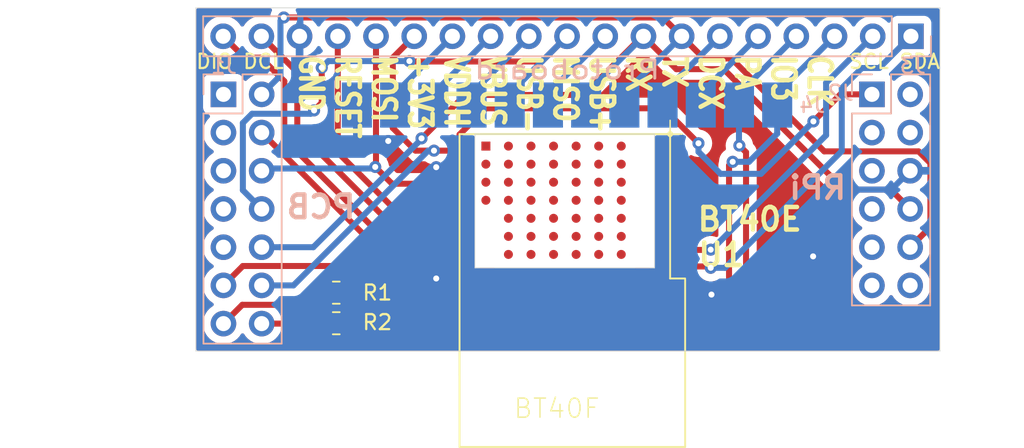
<source format=kicad_pcb>
(kicad_pcb (version 20221018) (generator pcbnew)
  (layers (0 "F.Cu" signal) (31 "B.Cu" signal) (34 "B.Paste" user) (35 "F.Paste" user) (36 "B.SilkS" user "B.Silkscreen") (37 "F.SilkS" user "F.Silkscreen") (38 "B.Mask" user) (39 "F.Mask" user) (44 "Edge.Cuts" user))
  (net 0 "")
  (net 1 "GND")
  (net 2 "+3V3")
  (net 3 "USB_D+")
  (net 4 "PA")
  (net 5 "SPI_DCX")
  (net 6 "SPI_IO3")
  (net 7 "SPI_CLK")
  (net 8 "SCL")
  (net 9 "SDA")
  (net 10 "USB_D-")
  (net 11 "SPI_MISO")
  (net 12 "VDDH")
  (net 13 "VBUS")
  (net 14 "SPI_MOSI")
  (net 15 "RESET")
  (net 16 "SWDCLK")
  (net 17 "SWDIO")
  (net 18 "TX")
  (net 19 "RX")
  (net 20 "Net-(J1-Pad14)")
  (net 21 "Net-(J1-Pad13)")
  (footprint "footprints_iMachine:BT40F" (layer "F.Cu") (at 161.894359 54.864 180)
    (fp_text reference "U1" (at -3.408841 -8.0264) (layer "F.SilkS") (effects (font (size 1.5 1.5) (thickness 0.3))))
    (fp_text value "BT40E" (at -5.288441 -5.6642) (layer "F.SilkS") (effects (font (size 1.5 1.5) (thickness 0.3))))
    (fp_text user "BT40F" (at 7.53364 -18.23466) (layer "F.SilkS") (effects (font (size 1.27 1.27) (thickness 0.1016))))
    (fp_line (start -0.99822 -20.79752) (end 13.99794 -20.79752) (stroke (width 0.127)) (layer "F.SilkS"))
    (fp_line (start -0.99822 -9.66978) (end -0.99822 -20.79752) (stroke (width 0.127)) (layer "F.SilkS"))
    (fp_line (start -0.79756 0) (end 0 0) (stroke (width 0.1)) (layer "F.SilkS"))
    (fp_line (start -0.00508 -0.00254) (end -0.00508 -0.5207) (stroke (width 0.1)) (layer "F.SilkS"))
    (fp_line (start 0 -9.59866) (end -0.99822 -9.59866) (stroke (width 0.127)) (layer "F.SilkS"))
    (fp_line (start 0 -0.254) (end 0 -0.14986) (stroke (width 0.1)) (layer "F.SilkS"))
    (fp_line (start 0 -0.14986) (end 0 0) (stroke (width 0.1)) (layer "F.SilkS"))
    (fp_line (start 0 0) (end 0 -9.59866) (stroke (width 0.127)) (layer "F.SilkS"))
    (fp_line (start 0 0) (end 0 0) (stroke (width 0.1)) (layer "F.SilkS"))
    (fp_line (start 0 0) (end 12.5984 0) (stroke (width 0.1)) (layer "F.SilkS"))
    (fp_line (start 0 0.14986) (end 0 0) (stroke (width 0.1)) (layer "F.SilkS"))
    (fp_line (start 0 0.91186) (end 0 0.14986) (stroke (width 0.1)) (layer "F.SilkS"))
    (fp_line (start 12.5984 0) (end 0 0) (stroke (width 0.1)) (layer "F.SilkS"))
    (fp_line (start 12.5984 0) (end 12.5984 0) (stroke (width 0.1)) (layer "F.SilkS"))
    (fp_line (start 13.9954 -15.99692) (end 13.9954 -9.72312) (stroke (width 0.1)) (layer "F.SilkS"))
    (fp_line (start 13.99794 -20.79752) (end 13.99794 -15.99946) (stroke (width 0.127)) (layer "F.SilkS"))
    (fp_line (start 13.99794 -15.99946) (end 13.99794 0) (stroke (width 0.127)) (layer "F.SilkS"))
    (fp_line (start 13.99794 0) (end 0 0) (stroke (width 0.127)) (layer "F.SilkS"))
    (fp_line (start 14.00048 -15.99946) (end 13.99794 -15.99946) (stroke (width 0.1)) (layer "F.SilkS"))
    (fp_line (start 14.00048 -0.58928) (end 14.00048 -0.00762) (stroke (width 0.1)) (layer "F.SilkS"))
    (fp_arc (start 0 -0.14986) (mid 0.14986 0) (end 0 0.14986) (stroke (width 0.1)) (layer "F.SilkS"))
    (fp_arc (start 0 0.14986) (mid -0.14986 0) (end 0 -0.14986) (stroke (width 0.1)) (layer "F.SilkS"))
    (pad "P$1" smd rect (at 0 -8.79856) (size 1.4986 0.6985) (layers "F.Cu" "F.Paste" "F.Mask") (net 9 "SDA"))
    (pad "P$2" smd rect (at 0 -7.69874 180) (size 1.4986 0.6985) (layers "F.Cu" "F.Paste" "F.Mask") (net 8 "SCL"))
    (pad "P$3" smd rect (at 0 -6.59892 180) (size 1.4986 0.6985) (layers "F.Cu" "F.Paste" "F.Mask"))
    (pad "P$4" smd rect (at 0 -5.4991 180) (size 1.4986 0.6985) (layers "F.Cu" "F.Paste" "F.Mask"))
    (pad "P$5" smd rect (at 0 -4.39928 180) (size 1.4986 0.6985) (layers "F.Cu" "F.Paste" "F.Mask"))
    (pad "P$6" smd rect (at 0 -3.29946 180) (size 1.4986 0.6985) (layers "F.Cu" "F.Paste" "F.Mask"))
    (pad "P$7" smd rect (at 0 -2.19964 180) (size 1.4986 0.6985) (layers "F.Cu" "F.Paste" "F.Mask"))
    (pad "P$8" smd rect (at 0 -1.09982 180) (size 1.4986 0.6985) (layers "F.Cu" "F.Paste" "F.Mask"))
    (pad "P$9" smd rect (at 13.99794 -1.09982 180) (size 1.4986 0.6985) (layers "F.Cu" "F.Paste" "F.Mask") (net 2 "+3V3"))
    (pad "P$10" smd rect (at 13.99794 -2.19964 180) (size 1.4986 0.6985) (layers "F.Cu" "F.Paste" "F.Mask") (net 1 "GND"))
    (pad "P$11" smd rect (at 13.99794 -3.29946 180) (size 1.4986 0.6985) (layers "F.Cu" "F.Paste" "F.Mask") (net 14 "SPI_MOSI"))
    (pad "P$12" smd rect (at 13.99794 -4.39928 180) (size 1.4986 0.6985) (layers "F.Cu" "F.Paste" "F.Mask"))
    (pad "P$13" smd rect (at 13.99794 -5.4991 180) (size 1.4986 0.6985) (layers "F.Cu" "F.Paste" "F.Mask"))
    (pad "P$14" smd rect (at 13.99794 -6.59892 180) (size 1.4986 0.6985) (layers "F.Cu" "F.Paste" "F.Mask") (net 15 "RESET"))
    (pad "P$15" smd rect (at 13.99794 -7.69874 180) (size 1.4986 0.6985) (layers "F.Cu" "F.Paste" "F.Mask") (net 16 "SWDCLK"))
    (pad "P$16" smd rect (at 13.99794 -8.79856 180) (size 1.4986 0.6985) (layers "F.Cu" "F.Paste" "F.Mask") (net 17 "SWDIO"))
    (pad "P$A0" smd circle (at 4.7498 -7.99846) (size 0.59944 0.59944) (layers "F.Cu" "F.Paste" "F.Mask") (net 1 "GND"))
    (pad "P$A1" smd circle (at 4.7498 -6.79958) (size 0.59944 0.59944) (layers "F.Cu" "F.Paste" "F.Mask"))
    (pad "P$A2" smd circle (at 4.7498 -5.59816) (size 0.59944 0.59944) (layers "F.Cu" "F.Paste" "F.Mask"))
    (pad "P$A3" smd circle (at 4.7498 -4.39928) (size 0.59944 0.59944) (layers "F.Cu" "F.Paste" "F.Mask") (net 7 "SPI_CLK"))
    (pad "P$A4" smd circle (at 4.7498 -3.19786) (size 0.59944 0.59944) (layers "F.Cu" "F.Paste" "F.Mask") (net 6 "SPI_IO3"))
    (pad "P$A5" smd circle (at 4.7498 -1.99898 180) (size 0.59944 0.59944) (layers "F.Cu" "F.Paste" "F.Mask"))
    (pad "P$A6" smd circle (at 4.7498 -0.79756 180) (size 0.59944 0.59944) (layers "F.Cu" "F.Paste" "F.Mask"))
    (pad "P$B0" smd circle (at 6.2484 -7.99846) (size 0.59944 0.59944) (layers "F.Cu" "F.Paste" "F.Mask") (net 1 "GND"))
    (pad "P$B1" smd circle (at 6.2484 -6.79958) (size 0.59944 0.59944) (layers "F.Cu" "F.Paste" "F.Mask"))
    (pad "P$B2" smd circle (at 6.2484 -5.59816) (size 0.59944 0.59944) (layers "F.Cu" "F.Paste" "F.Mask"))
    (pad "P$B3" smd circle (at 6.2484 -4.39928) (size 0.59944 0.59944) (layers "F.Cu" "F.Paste" "F.Mask"))
    (pad "P$B4" smd circle (at 6.2484 -3.19786) (size 0.59944 0.59944) (layers "F.Cu" "F.Paste" "F.Mask"))
    (pad "P$B5" smd circle (at 6.2484 -1.99898) (size 0.59944 0.59944) (layers "F.Cu" "F.Paste" "F.Mask") (net 5 "SPI_DCX"))
    (pad "P$B6" smd circle (at 6.2484 -0.79756) (size 0.59944 0.59944) (layers "F.Cu" "F.Paste" "F.Mask"))
    (pad "P$C0" smd circle (at 7.74954 -7.99846) (size 0.59944 0.59944) (layers "F.Cu" "F.Paste" "F.Mask") (net 1 "GND"))
    (pad "P$C1" smd circle (at 7.74954 -6.79958) (size 0.59944 0.59944) (layers "F.Cu" "F.Paste" "F.Mask"))
    (pad "P$C2" smd circle (at 7.74954 -5.59816) (size 0.59944 0.59944) (layers "F.Cu" "F.Paste" "F.Mask"))
    (pad "P$C3" smd circle (at 7.74954 -4.39928) (size 0.59944 0.59944) (layers "F.Cu" "F.Paste" "F.Mask") (net 4 "PA"))
    (pad "P$C4" smd circle (at 7.74954 -3.19786) (size 0.59944 0.59944) (layers "F.Cu" "F.Paste" "F.Mask"))
    (pad "P$C5" smd circle (at 7.74954 -1.99898) (size 0.59944 0.59944) (layers "F.Cu" "F.Paste" "F.Mask") (net 18 "TX"))
    (pad "P$C6" smd circle (at 7.74954 -0.79756) (size 0.59944 0.59944) (layers "F.Cu" "F.Paste" "F.Mask"))
    (pad "P$D0" smd circle (at 9.24814 -7.99846) (size 0.59944 0.59944) (layers "F.Cu" "F.Paste" "F.Mask") (net 1 "GND"))
    (pad "P$D1" smd circle (at 9.24814 -6.79958) (size 0.59944 0.59944) (layers "F.Cu" "F.Paste" "F.Mask"))
    (pad "P$D2" smd circle (at 9.24814 -5.59816) (size 0.59944 0.59944) (layers "F.Cu" "F.Paste" "F.Mask"))
    (pad "P$D3" smd circle (at 9.24814 -4.39928) (size 0.59944 0.59944) (layers "F.Cu" "F.Paste" "F.Mask"))
    (pad "P$D4" smd circle (at 9.24814 -3.19786) (size 0.59944 0.59944) (layers "F.Cu" "F.Paste" "F.Mask"))
    (pad "P$D5" smd circle (at 9.24814 -1.99898) (size 0.59944 0.59944) (layers "F.Cu" "F.Paste" "F.Mask") (net 19 "RX"))
    (pad "P$D6" smd circle (at 9.24814 -0.79756) (size 0.59944 0.59944) (layers "F.Cu" "F.Paste" "F.Mask"))
    (pad "P$E0" smd circle (at 10.74928 -7.99846) (size 0.59944 0.59944) (layers "F.Cu" "F.Paste" "F.Mask"))
    (pad "P$E1" smd circle (at 10.74928 -6.79958) (size 0.59944 0.59944) (layers "F.Cu" "F.Paste" "F.Mask"))
    (pad "P$E2" smd circle (at 10.74928 -5.59816) (size 0.59944 0.59944) (layers "F.Cu" "F.Paste" "F.Mask"))
    (pad "P$E3" smd circle (at 10.74928 -4.39928) (size 0.59944 0.59944) (layers "F.Cu" "F.Paste" "F.Mask"))
    (pad "P$E4" smd circle (at 10.74928 -3.19786) (size 0.59944 0.59944) (layers "F.Cu" "F.Paste" "F.Mask") (net 3 "USB_D+"))
    (pad "P$E5" smd circle (at 10.74928 -1.99898 180) (size 0.59944 0.59944) (layers "F.Cu" "F.Paste" "F.Mask") (net 10 "USB_D-"))
    (pad "P$E6" smd circle (at 10.74928 -0.79756 180) (size 0.59944 0.59944) (layers "F.Cu" "F.Paste" "F.Mask") (net 11 "SPI_MISO"))
    (pad "P$F3" smd circle (at 12.24788 -4.39786) (size 0.59944 0.59944) (layers "F.Cu" "F.Paste" "F.Mask"))
    (pad "P$F4" smd circle (at 12.24788 -3.19786) (size 0.59944 0.59944) (layers "F.Cu" "F.Paste" "F.Mask") (net 12 "VDDH"))
    (pad "P$F5" smd circle (at 12.24788 -1.99898 180) (size 0.59944 0.59944) (layers "F.Cu" "F.Paste" "F.Mask"))
    (pad "P$F6" smd rect (at 12.24788 -0.79756 180) (size 0.59944 0.59944) (layers "F.Cu" "F.Paste" "F.Mask") (net 13 "VBUS"))
    (pad "P$H0" smd rect (at 3.62966 -9.99998 180) (size 1.4986 1.4986) (layers "F.Cu" "F.Paste" "F.Mask") (net 1 "GND"))
    (pad "P$H1" smd rect (at 5.87756 -9.99998 180) (size 1.4986 1.4986) (layers "F.Cu" "F.Paste" "F.Mask") (net 1 "GND"))
    (pad "P$H2" smd rect (at 8.128 -9.99998 180) (size 1.4986 1.4986) (layers "F.Cu" "F.Paste" "F.Mask") (net 1 "GND"))
    (pad "P$H3" smd rect (at 10.37844 -9.99998 180) (size 1.4986 1.4986) (layers "F.Cu" "F.Paste" "F.Mask") (net 1 "GND"))
    (pad "P$Z0" smd circle (at 3.24866 -7.99846) (size 0.59944 0.59944) (layers "F.Cu" "F.Paste" "F.Mask"))
    (pad "P$Z1" smd circle (at 3.24866 -6.79958) (size 0.59944 0.59944) (layers "F.Cu" "F.Paste" "F.Mask"))
    (pad "P$Z2" smd circle (at 3.24866 -5.59816) (size 0.59944 0.59944) (layers "F.Cu" "F.Paste" "F.Mask"))
    (pad "P$Z3" smd circle (at 3.24866 -4.39928) (size 0.59944 0.59944) (layers "F.Cu" "F.Paste" "F.Mask"))
    (pad "P$Z4" smd circle (at 3.24866 -3.19786) (size 0.59944 0.59944) (layers "F.Cu" "F.Paste" "F.Mask"))
    (pad "P$Z5" smd circle (at 3.24866 -1.99898 180) (size 0.59944 0.59944) (layers "F.Cu" "F.Paste" "F.Mask"))
    (pad "P$Z6" smd circle (at 3.24866 -0.79756 180) (size 0.59944 0.59944) (layers "F.Cu" "F.Paste" "F.Mask"))
  )
  (footprint "Resistor_SMD:R_0805_2012Metric" (layer "F.Cu") (at 139.7 65.405)
    (fp_text reference "R1" (at 2.7305 0) (layer "F.SilkS"))
    (fp_text value "0R")
    (fp_line (start -0.227064 -0.735) (end 0.227064 -0.735) (stroke (width 0.12)) (layer "F.SilkS"))
    (fp_line (start -0.227064 0.735) (end 0.227064 0.735) (stroke (width 0.12)) (layer "F.SilkS"))
    (pad "1" smd roundrect (at -0.9125 0) (size 1.025 1.4) (layers "F.Cu" "F.Paste" "F.Mask") (roundrect_rratio 0.243902) (net 21 "Net-(J1-Pad13)"))
    (pad "2" smd roundrect (at 0.9125 0) (size 1.025 1.4) (layers "F.Cu" "F.Paste" "F.Mask") (roundrect_rratio 0.243902) (net 1 "GND"))
  )
  (footprint "Resistor_SMD:R_0805_2012Metric" (layer "F.Cu") (at 139.7 67.437)
    (fp_text reference "R2" (at 2.7305 -0.0635) (layer "F.SilkS"))
    (fp_text value "0R")
    (fp_line (start -0.227064 -0.735) (end 0.227064 -0.735) (stroke (width 0.12)) (layer "F.SilkS"))
    (fp_line (start -0.227064 0.735) (end 0.227064 0.735) (stroke (width 0.12)) (layer "F.SilkS"))
    (pad "1" smd roundrect (at -0.9125 0) (size 1.025 1.4) (layers "F.Cu" "F.Paste" "F.Mask") (roundrect_rratio 0.243902) (net 20 "Net-(J1-Pad14)"))
    (pad "2" smd roundrect (at 0.9125 0) (size 1.025 1.4) (layers "F.Cu" "F.Paste" "F.Mask") (roundrect_rratio 0.243902) (net 1 "GND"))
  )
  (footprint "Connector_PinHeader_2.54mm:PinHeader_1x19_P2.54mm_Vertical" (layer "B.Cu") (at 177.901599 48.3616 90)
    (fp_text reference "J3" (at -1.9685 0.127) (layer "B.SilkS") (effects (justify mirror)))
    (fp_text value "Conn_01x19")
    (fp_line (start -1.33 -47.05) (end 1.33 -47.05) (stroke (width 0.12)) (layer "B.SilkS"))
    (fp_line (start -1.33 -1.27) (end -1.33 -47.05) (stroke (width 0.12)) (layer "B.SilkS"))
    (fp_line (start -1.33 -1.27) (end 1.33 -1.27) (stroke (width 0.12)) (layer "B.SilkS"))
    (fp_line (start -1.33 0) (end -1.33 1.33) (stroke (width 0.12)) (layer "B.SilkS"))
    (fp_line (start -1.33 1.33) (end 0 1.33) (stroke (width 0.12)) (layer "B.SilkS"))
    (fp_line (start 1.33 -1.27) (end 1.33 -47.05) (stroke (width 0.12)) (layer "B.SilkS"))
    (pad "1" thru_hole rect (at 0 0 90) (size 1.7 1.7) (drill 1) (layers "*.Cu" "*.Mask") (net 9 "SDA"))
    (pad "2" thru_hole oval (at 0 -2.54 90) (size 1.7 1.7) (drill 1) (layers "*.Cu" "*.Mask") (net 8 "SCL"))
    (pad "3" thru_hole oval (at 0 -5.08 90) (size 1.7 1.7) (drill 1) (layers "*.Cu" "*.Mask") (net 7 "SPI_CLK"))
    (pad "4" thru_hole oval (at 0 -7.62 90) (size 1.7 1.7) (drill 1) (layers "*.Cu" "*.Mask") (net 6 "SPI_IO3"))
    (pad "5" thru_hole oval (at 0 -10.16 90) (size 1.7 1.7) (drill 1) (layers "*.Cu" "*.Mask") (net 4 "PA"))
    (pad "6" thru_hole oval (at 0 -12.7 90) (size 1.7 1.7) (drill 1) (layers "*.Cu" "*.Mask") (net 5 "SPI_DCX"))
    (pad "7" thru_hole oval (at 0 -15.24 90) (size 1.7 1.7) (drill 1) (layers "*.Cu" "*.Mask") (net 18 "TX"))
    (pad "8" thru_hole oval (at 0 -17.78 90) (size 1.7 1.7) (drill 1) (layers "*.Cu" "*.Mask") (net 19 "RX"))
    (pad "9" thru_hole oval (at 0 -20.32 90) (size 1.7 1.7) (drill 1) (layers "*.Cu" "*.Mask") (net 3 "USB_D+"))
    (pad "10" thru_hole oval (at 0 -22.86 90) (size 1.7 1.7) (drill 1) (layers "*.Cu" "*.Mask") (net 11 "SPI_MISO"))
    (pad "11" thru_hole oval (at 0 -25.4 90) (size 1.7 1.7) (drill 1) (layers "*.Cu" "*.Mask") (net 10 "USB_D-"))
    (pad "12" thru_hole oval (at 0 -27.94 90) (size 1.7 1.7) (drill 1) (layers "*.Cu" "*.Mask") (net 13 "VBUS"))
    (pad "13" thru_hole oval (at 0 -30.48 90) (size 1.7 1.7) (drill 1) (layers "*.Cu" "*.Mask") (net 12 "VDDH"))
    (pad "14" thru_hole oval (at 0 -33.02 90) (size 1.7 1.7) (drill 1) (layers "*.Cu" "*.Mask") (net 2 "+3V3"))
    (pad "15" thru_hole oval (at 0 -35.56 90) (size 1.7 1.7) (drill 1) (layers "*.Cu" "*.Mask") (net 14 "SPI_MOSI"))
    (pad "16" thru_hole oval (at 0 -38.1 90) (size 1.7 1.7) (drill 1) (layers "*.Cu" "*.Mask") (net 15 "RESET"))
    (pad "17" thru_hole oval (at 0 -40.64 90) (size 1.7 1.7) (drill 1) (layers "*.Cu" "*.Mask") (net 1 "GND"))
    (pad "18" thru_hole oval (at 0 -43.18 90) (size 1.7 1.7) (drill 1) (layers "*.Cu" "*.Mask") (net 16 "SWDCLK"))
    (pad "19" thru_hole oval (at 0 -45.72 90) (size 1.7 1.7) (drill 1) (layers "*.Cu" "*.Mask") (net 17 "SWDIO"))
  )
  (footprint "Connector_PinSocket_2.54mm:PinSocket_2x06_P2.54mm_Vertical" (layer "B.Cu") (at 175.3108 52.2224 180)
    (fp_text reference "J2" (at 2.0828 0.1016) (layer "B.SilkS") (effects (justify mirror)))
    (fp_text value "Conn_02x06_Odd_Even")
    (fp_line (start -3.87 -14.03) (end 1.33 -14.03) (stroke (width 0.12)) (layer "B.SilkS"))
    (fp_line (start -3.87 1.33) (end -3.87 -14.03) (stroke (width 0.12)) (layer "B.SilkS"))
    (fp_line (start -3.87 1.33) (end -1.27 1.33) (stroke (width 0.12)) (layer "B.SilkS"))
    (fp_line (start -1.27 -1.27) (end 1.33 -1.27) (stroke (width 0.12)) (layer "B.SilkS"))
    (fp_line (start -1.27 1.33) (end -1.27 -1.27) (stroke (width 0.12)) (layer "B.SilkS"))
    (fp_line (start 0 1.33) (end 1.33 1.33) (stroke (width 0.12)) (layer "B.SilkS"))
    (fp_line (start 1.33 -1.27) (end 1.33 -14.03) (stroke (width 0.12)) (layer "B.SilkS"))
    (fp_line (start 1.33 1.33) (end 1.33 0) (stroke (width 0.12)) (layer "B.SilkS"))
    (pad "1" thru_hole rect (at 0 0 180) (size 1.7 1.7) (drill 1) (layers "*.Cu" "*.Mask") (net 2 "+3V3"))
    (pad "2" thru_hole oval (at -2.54 0 180) (size 1.7 1.7) (drill 1) (layers "*.Cu" "*.Mask"))
    (pad "3" thru_hole oval (at 0 -2.54 180) (size 1.7 1.7) (drill 1) (layers "*.Cu" "*.Mask"))
    (pad "4" thru_hole oval (at -2.54 -2.54 180) (size 1.7 1.7) (drill 1) (layers "*.Cu" "*.Mask"))
    (pad "5" thru_hole oval (at 0 -5.08 180) (size 1.7 1.7) (drill 1) (layers "*.Cu" "*.Mask"))
    (pad "6" thru_hole oval (at -2.54 -5.08 180) (size 1.7 1.7) (drill 1) (layers "*.Cu" "*.Mask") (net 1 "GND"))
    (pad "7" thru_hole oval (at 0 -7.62 180) (size 1.7 1.7) (drill 1) (layers "*.Cu" "*.Mask"))
    (pad "8" thru_hole oval (at -2.54 -7.62 180) (size 1.7 1.7) (drill 1) (layers "*.Cu" "*.Mask") (net 19 "RX"))
    (pad "9" thru_hole oval (at 0 -10.16 180) (size 1.7 1.7) (drill 1) (layers "*.Cu" "*.Mask"))
    (pad "10" thru_hole oval (at -2.54 -10.16 180) (size 1.7 1.7) (drill 1) (layers "*.Cu" "*.Mask") (net 18 "TX"))
    (pad "11" thru_hole oval (at 0 -12.7 180) (size 1.7 1.7) (drill 1) (layers "*.Cu" "*.Mask"))
    (pad "12" thru_hole oval (at -2.54 -12.7 180) (size 1.7 1.7) (drill 1) (layers "*.Cu" "*.Mask"))
  )
  (footprint "Connector_PinHeader_2.54mm:PinHeader_1x12_P2.54mm_Vertical" (layer "B.Cu") (at 169.0116 52.9336 90)
    (fp_text reference "J4" (at 0 2.33 180) (layer "B.SilkS") (effects (justify mirror)))
    (fp_text value "Conn_01x12")
    (pad "1" smd rect (at 0 0 90) (size 3 2) (layers "B.Cu" "B.Paste" "B.Mask") (net 7 "SPI_CLK"))
    (pad "2" smd rect (at 0 -2.54 90) (size 3 2) (layers "B.Cu" "B.Paste" "B.Mask") (net 6 "SPI_IO3"))
    (pad "3" smd rect (at 0 -5.08 90) (size 3 2) (layers "B.Cu" "B.Paste" "B.Mask") (net 4 "PA"))
    (pad "4" smd rect (at 0 -7.62 90) (size 3 2) (layers "B.Cu" "B.Paste" "B.Mask") (net 5 "SPI_DCX"))
    (pad "5" smd rect (at 0 -10.16 90) (size 3 2) (layers "B.Cu" "B.Paste" "B.Mask") (net 18 "TX"))
    (pad "6" smd rect (at 0 -12.7 90) (size 3 2) (layers "B.Cu" "B.Paste" "B.Mask") (net 19 "RX"))
    (pad "7" smd rect (at 0 -15.24 90) (size 3 2) (layers "B.Cu" "B.Paste" "B.Mask") (net 3 "USB_D+"))
    (pad "8" smd rect (at 0 -17.78 90) (size 3 2) (layers "B.Cu" "B.Paste" "B.Mask") (net 11 "SPI_MISO"))
    (pad "9" smd rect (at 0 -20.32 90) (size 3 2) (layers "B.Cu" "B.Paste" "B.Mask") (net 10 "USB_D-"))
    (pad "10" smd rect (at 0 -22.86 90) (size 3 2) (layers "B.Cu" "B.Paste" "B.Mask") (net 13 "VBUS"))
    (pad "11" smd rect (at 0 -25.4 90) (size 3 2) (layers "B.Cu" "B.Paste" "B.Mask") (net 12 "VDDH"))
    (pad "12" smd rect (at 0 -27.94 90) (size 3 2) (layers "B.Cu" "B.Paste" "B.Mask") (net 1 "GND"))
  )
  (footprint "Connector_PinSocket_2.54mm:PinSocket_2x07_P2.54mm_Vertical" (layer "B.Cu") (at 132.201599 52.2224 180)
    (fp_text reference "J1" (at -0.030801 1.8796) (layer "B.SilkS") (effects (justify mirror)))
    (fp_text value "Conn_02x07_Odd_Even-Connector_Generic")
    (fp_line (start -3.87 -16.57) (end 1.33 -16.57) (stroke (width 0.12)) (layer "B.SilkS"))
    (fp_line (start -3.87 1.33) (end -3.87 -16.57) (stroke (width 0.12)) (layer "B.SilkS"))
    (fp_line (start -3.87 1.33) (end -1.27 1.33) (stroke (width 0.12)) (layer "B.SilkS"))
    (fp_line (start -1.27 -1.27) (end 1.33 -1.27) (stroke (width 0.12)) (layer "B.SilkS"))
    (fp_line (start -1.27 1.33) (end -1.27 -1.27) (stroke (width 0.12)) (layer "B.SilkS"))
    (fp_line (start 0 1.33) (end 1.33 1.33) (stroke (width 0.12)) (layer "B.SilkS"))
    (fp_line (start 1.33 -1.27) (end 1.33 -16.57) (stroke (width 0.12)) (layer "B.SilkS"))
    (fp_line (start 1.33 1.33) (end 1.33 0) (stroke (width 0.12)) (layer "B.SilkS"))
    (pad "1" thru_hole rect (at 0 0 180) (size 1.7 1.7) (drill 1) (layers "*.Cu" "*.Mask"))
    (pad "2" thru_hole oval (at -2.54 0 180) (size 1.7 1.7) (drill 1) (layers "*.Cu" "*.Mask") (net 18 "TX"))
    (pad "3" thru_hole oval (at 0 -2.54 180) (size 1.7 1.7) (drill 1) (layers "*.Cu" "*.Mask"))
    (pad "4" thru_hole oval (at -2.54 -2.54 180) (size 1.7 1.7) (drill 1) (layers "*.Cu" "*.Mask") (net 7 "SPI_CLK"))
    (pad "5" thru_hole oval (at 0 -5.08 180) (size 1.7 1.7) (drill 1) (layers "*.Cu" "*.Mask"))
    (pad "6" thru_hole oval (at -2.54 -5.08 180) (size 1.7 1.7) (drill 1) (layers "*.Cu" "*.Mask") (net 14 "SPI_MOSI"))
    (pad "7" thru_hole oval (at 0 -7.62 180) (size 1.7 1.7) (drill 1) (layers "*.Cu" "*.Mask"))
    (pad "8" thru_hole oval (at -2.54 -7.62 180) (size 1.7 1.7) (drill 1) (layers "*.Cu" "*.Mask") (net 11 "SPI_MISO"))
    (pad "9" thru_hole oval (at 0 -10.16 180) (size 1.7 1.7) (drill 1) (layers "*.Cu" "*.Mask"))
    (pad "10" thru_hole oval (at -2.54 -10.16 180) (size 1.7 1.7) (drill 1) (layers "*.Cu" "*.Mask") (net 19 "RX"))
    (pad "11" thru_hole oval (at 0 -12.7 180) (size 1.7 1.7) (drill 1) (layers "*.Cu" "*.Mask") (net 6 "SPI_IO3"))
    (pad "12" thru_hole oval (at -2.54 -12.7 180) (size 1.7 1.7) (drill 1) (layers "*.Cu" "*.Mask") (net 2 "+3V3"))
    (pad "13" thru_hole oval (at 0 -15.24 180) (size 1.7 1.7) (drill 1) (layers "*.Cu" "*.Mask") (net 21 "Net-(J1-Pad13)"))
    (pad "14" thru_hole oval (at -2.54 -15.24 180) (size 1.7 1.7) (drill 1) (layers "*.Cu" "*.Mask") (net 20 "Net-(J1-Pad14)"))
  )
  (gr_line (start 179.832 69.2912) (end 179.832 46.4693) (stroke (width 0.05)) (layer "Edge.Cuts"))
  (gr_line (start 179.832 46.4693) (end 130.3655 46.4693) (stroke (width 0.05)) (layer "Edge.Cuts"))
  (gr_line (start 160.8582 54.864) (end 148.9202 54.864) (stroke (width 0.05)) (layer "Edge.Cuts"))
  (gr_line (start 160.8582 63.754) (end 160.8582 54.864) (stroke (width 0.05)) (layer "Edge.Cuts"))
  (gr_line (start 130.3655 69.2912) (end 179.832 69.2912) (stroke (width 0.05)) (layer "Edge.Cuts"))
  (gr_line (start 148.9202 54.864) (end 148.9202 63.754) (stroke (width 0.05)) (layer "Edge.Cuts"))
  (gr_line (start 148.9202 63.754) (end 160.8582 63.754) (stroke (width 0.05)) (layer "Edge.Cuts"))
  (gr_line (start 130.3655 46.4693) (end 130.3655 69.2912) (stroke (width 0.05)) (layer "Edge.Cuts"))
  (gr_text "Protoboard" (at 155.051599 50.5968) (layer "B.SilkS") (effects (font (size 1.2 1.5) (thickness 0.2)) (justify mirror)))
  (gr_text "RPi" (at 171.704 58.4274) (layer "B.SilkS") (effects (font (size 1.5 1.5) (thickness 0.3)) (justify mirror)))
  (gr_text "PCB" (at 138.684 59.7024) (layer "B.SilkS") (effects (font (size 1.5 1.5) (thickness 0.3)) (justify mirror)))
  (gr_text "\n\nCLK\nIO3\nPA\nDCX\nTX\nRX\nUSB+\nMISO\nUSB-\nVBUS\nVDDH\n+3V3\nMOSI\nRESET\nGND\n\n\n" (at 154.94 49.4792 -90) (layer "F.SilkS") (effects (font (size 1.5 1.2) (thickness 0.3)) (justify left)))
  (gr_text "DIO DCL" (at 133.2992 50.038) (layer "F.SilkS") (effects (font (size 0.95 0.95))))
  (gr_text "SCL SDA" (at 176.8094 50.038) (layer "F.SilkS") (effects (font (size 0.95 0.95))))
  (segment (start 154.5336 64.86398) (end 156.78404 64.86398) (width 0.4) (layer "F.Cu") (net 1))
  (segment (start 152.28316 64.86398) (end 154.5336 64.86398) (width 0.4) (layer "F.Cu") (net 1))
  (segment (start 156.016799 64.86398) (end 158.264699 64.86398) (width 0.4) (layer "F.Cu") (net 1))
  (segment (start 151.515919 64.86398) (end 146.74606 64.86398) (width 0.4) (layer "F.Cu") (net 1))
  (segment (start 158.264699 64.86398) (end 159.65678 64.86398) (width 0.4) (layer "F.Cu") (net 1))
  (segment (start 159.65678 64.86398) (end 160.3248 65.532) (width 0.4) (layer "F.Cu") (net 1))
  (segment (start 147.896419 57.06364) (end 146.34464 57.06364) (width 0.4) (layer "F.Cu") (net 1))
  (segment (start 146.34464 57.06364) (end 144.89684 57.06364) (width 0.4) (layer "F.Cu") (net 1))
  (segment (start 146.74606 64.86398) (end 146.34464 64.46256) (width 0.4) (layer "F.Cu") (net 1))
  (segment (start 160.3248 65.532) (end 164.6428 65.532) (width 0.4) (layer "F.Cu") (net 1))
  (segment (start 144.89684 57.06364) (end 143.1544 55.3212) (width 0.4) (layer "F.Cu") (net 1))
  (via (at 146.34464 64.46256) (size 0.8) (drill 0.4) (layers "F.Cu" "B.Cu") (net 1))
  (via (at 146.34464 57.06364) (size 0.8) (drill 0.4) (layers "F.Cu" "B.Cu") (net 1))
  (via (at 164.6428 65.532) (size 0.8) (drill 0.4) (layers "F.Cu" "B.Cu") (net 1))
  (via (at 143.1544 55.3212) (size 0.8) (drill 0.4) (layers "F.Cu" "B.Cu") (net 1))
  (via (at 171.3992 62.992) (size 0.8) (drill 0.4) (layers "F.Cu" "B.Cu") (net 1))
  (segment (start 141.0716 52.9336) (end 141.0716 54.864) (width 0.4) (layer "B.Cu") (net 1))
  (segment (start 141.5288 55.3212) (end 143.1544 55.3212) (width 0.4) (layer "B.Cu") (net 1))
  (segment (start 146.34464 64.45504) (end 146.34464 64.46256) (width 0.4) (layer "B.Cu") (net 1))
  (segment (start 173.146399 58.552401) (end 166.1668 65.532) (width 0.4) (layer "B.Cu") (net 1))
  (segment (start 177.8508 57.3024) (end 176.600799 58.552401) (width 0.4) (layer "B.Cu") (net 1))
  (segment (start 146.34464 57.06364) (end 146.34464 64.45504) (width 0.4) (layer "B.Cu") (net 1))
  (segment (start 176.600799 58.552401) (end 173.146399 58.552401) (width 0.4) (layer "B.Cu") (net 1))
  (segment (start 137.2362 50.5206) (end 139.6492 52.9336) (width 0.4) (layer "B.Cu") (net 1))
  (segment (start 139.6492 52.9336) (end 141.0716 52.9336) (width 0.4) (layer "B.Cu") (net 1))
  (segment (start 166.1668 65.532) (end 164.6428 65.532) (width 0.4) (layer "B.Cu") (net 1))
  (segment (start 137.2362 48.386999) (end 137.2362 50.5206) (width 0.4) (layer "B.Cu") (net 1))
  (segment (start 137.261599 48.3616) (end 137.2362 48.386999) (width 0.4) (layer "B.Cu") (net 1))
  (segment (start 141.0716 54.864) (end 141.5288 55.3212) (width 0.4) (layer "B.Cu") (net 1))
  (segment (start 146.19732 55.96382) (end 144.96542 55.96382) (width 0.4) (layer "F.Cu") (net 2))
  (segment (start 147.896419 55.96382) (end 146.19732 55.96382) (width 0.4) (layer "F.Cu") (net 2))
  (segment (start 147.896419 55.96382) (end 147.896419 54.890831) (width 0.4) (layer "F.Cu") (net 2))
  (segment (start 143.4592 54.4576) (end 143.4592 49.784) (width 0.4) (layer "F.Cu") (net 2))
  (segment (start 144.96542 55.96382) (end 143.4592 54.4576) (width 0.4) (layer "F.Cu") (net 2))
  (segment (start 161.4551 53.1495) (end 163.7792 55.4736) (width 0.4) (layer "F.Cu") (net 2))
  (segment (start 149.63775 53.1495) (end 161.4551 53.1495) (width 0.4) (layer "F.Cu") (net 2))
  (segment (start 173.214214 52.2224) (end 171.417707 54.018907) (width 0.4) (layer "F.Cu") (net 2))
  (segment (start 175.3108 52.2224) (end 173.214214 52.2224) (width 0.4) (layer "F.Cu") (net 2))
  (segment (start 147.896419 54.890831) (end 149.63775 53.1495) (width 0.4) (layer "F.Cu") (net 2))
  (segment (start 143.4592 49.784) (end 144.8816 48.3616) (width 0.4) (layer "F.Cu") (net 2))
  (via (at 163.7792 55.4736) (size 0.8) (drill 0.4) (layers "F.Cu" "B.Cu") (net 2))
  (via (at 146.19732 55.96382) (size 0.8) (drill 0.4) (layers "F.Cu" "B.Cu") (net 2))
  (via (at 171.417707 54.018907) (size 0.8) (drill 0.4) (layers "F.Cu" "B.Cu") (net 2))
  (segment (start 163.7792 56.039285) (end 163.7792 55.4736) (width 0.4) (layer "B.Cu") (net 2))
  (segment (start 145.81378 55.96382) (end 146.19732 55.96382) (width 0.4) (layer "B.Cu") (net 2))
  (segment (start 171.417707 54.018907) (end 167.931113 57.505501) (width 0.4) (layer "B.Cu") (net 2))
  (segment (start 167.931113 57.505501) (end 165.245416 57.505501) (width 0.4) (layer "B.Cu") (net 2))
  (segment (start 136.8552 64.9224) (end 145.81378 55.96382) (width 0.4) (layer "B.Cu") (net 2))
  (segment (start 134.741599 64.9224) (end 136.8552 64.9224) (width 0.4) (layer "B.Cu") (net 2))
  (segment (start 165.245416 57.505501) (end 163.7792 56.039285) (width 0.4) (layer "B.Cu") (net 2))
  (segment (start 153.7716 52.171599) (end 153.7716 52.9336) (width 0.4) (layer "B.Cu") (net 3))
  (segment (start 157.581599 48.3616) (end 153.7716 52.171599) (width 0.4) (layer "B.Cu") (net 3))
  (segment (start 163.9316 52.171599) (end 163.9316 52.9336) (width 0.4) (layer "B.Cu") (net 4))
  (segment (start 167.741599 48.3616) (end 163.9316 52.171599) (width 0.4) (layer "B.Cu") (net 4))
  (segment (start 165.201599 48.3616) (end 161.3916 52.171599) (width 0.4) (layer "B.Cu") (net 5))
  (segment (start 161.3916 52.171599) (end 161.3916 52.9336) (width 0.4) (layer "B.Cu") (net 5))
  (segment (start 166.9415 66.167) (end 165.4175 67.691) (width 0.4) (layer "F.Cu") (net 6))
  (segment (start 166.497 55.626) (end 166.9415 56.0705) (width 0.4) (layer "F.Cu") (net 6))
  (segment (start 165.4175 67.691) (end 146.3675 67.691) (width 0.4) (layer "F.Cu") (net 6))
  (segment (start 133.491598 63.632401) (end 132.201599 64.9224) (width 0.4) (layer "F.Cu") (net 6))
  (segment (start 142.308901 63.632401) (end 133.491598 63.632401) (width 0.4) (layer "F.Cu") (net 6))
  (segment (start 146.3675 67.691) (end 142.308901 63.632401) (width 0.4) (layer "F.Cu") (net 6))
  (segment (start 166.9415 56.0705) (end 166.9415 66.167) (width 0.4) (layer "F.Cu") (net 6))
  (via (at 166.497 55.626) (size 0.8) (drill 0.4) (layers "F.Cu" "B.Cu") (net 6))
  (segment (start 166.4716 52.9336) (end 166.4716 55.6006) (width 0.4) (layer "B.Cu") (net 6))
  (segment (start 166.4716 52.171599) (end 166.4716 52.9336) (width 0.4) (layer "B.Cu") (net 6))
  (segment (start 166.4716 55.6006) (end 166.497 55.626) (width 0.4) (layer "B.Cu") (net 6))
  (segment (start 170.281599 48.3616) (end 166.4716 52.171599) (width 0.4) (layer "B.Cu") (net 6))
  (segment (start 165.8112 56.9468) (end 166.0525 56.7055) (width 0.4) (layer "F.Cu") (net 7))
  (segment (start 165.8112 65.9638) (end 165.8112 56.9468) (width 0.4) (layer "F.Cu") (net 7))
  (segment (start 146.717699 66.7385) (end 165.0365 66.7385) (width 0.4) (layer "F.Cu") (net 7))
  (segment (start 165.0365 66.7385) (end 165.8112 65.9638) (width 0.4) (layer "F.Cu") (net 7))
  (segment (start 134.741599 54.7624) (end 146.717699 66.7385) (width 0.4) (layer "F.Cu") (net 7))
  (via (at 166.0525 56.7055) (size 0.8) (drill 0.4) (layers "F.Cu" "B.Cu") (net 7))
  (segment (start 167.1397 56.7055) (end 166.0525 56.7055) (width 0.4) (layer "B.Cu") (net 7))
  (segment (start 172.821599 48.3616) (end 169.0116 52.171599) (width 0.4) (layer "B.Cu") (net 7))
  (segment (start 169.0116 54.8336) (end 167.1397 56.7055) (width 0.4) (layer "B.Cu") (net 7))
  (segment (start 169.0116 52.171599) (end 169.0116 52.9336) (width 0.4) (layer "B.Cu") (net 7))
  (segment (start 169.0116 52.9336) (end 169.0116 54.8336) (width 0.4) (layer "B.Cu") (net 7))
  (segment (start 164.64026 62.56274) (end 164.6555 62.5475) (width 0.4) (layer "F.Cu") (net 8))
  (segment (start 162.07061 62.56274) (end 162.11887 62.611) (width 0.4) (layer "F.Cu") (net 8))
  (segment (start 161.894359 62.56274) (end 164.64026 62.56274) (width 0.4) (layer "F.Cu") (net 8))
  (via (at 164.592 62.5475) (size 0.8) (drill 0.4) (layers "F.Cu" "B.Cu") (net 8))
  (segment (start 172.2628 54.9402) (end 164.6555 62.5475) (width 0.4) (layer "B.Cu") (net 8))
  (segment (start 172.2628 51.4604) (end 172.2628 54.9402) (width 0.4) (layer "B.Cu") (net 8))
  (segment (start 175.3616 48.3616) (end 172.2628 51.4604) (width 0.4) (layer "B.Cu") (net 8))
  (segment (start 164.500564 63.66256) (end 164.592004 63.754) (width 0.4) (layer "F.Cu") (net 9))
  (segment (start 162.07061 63.66256) (end 162.08585 63.6778) (width 0.4) (layer "F.Cu") (net 9))
  (segment (start 161.894359 63.66256) (end 164.500564 63.66256) (width 0.4) (layer "F.Cu") (net 9))
  (via (at 164.592 63.754) (size 0.8) (drill 0.4) (layers "F.Cu" "B.Cu") (net 9))
  (segment (start 177.9016 48.3616) (end 175.7934 50.4698) (width 0.4) (layer "B.Cu") (net 9))
  (segment (start 174.643398 50.4698) (end 173.3042 51.808998) (width 0.4) (layer "B.Cu") (net 9))
  (segment (start 173.3042 51.808998) (end 173.3042 55.9943) (width 0.4) (layer "B.Cu") (net 9))
  (segment (start 165.5445 63.754) (end 164.592004 63.754) (width 0.4) (layer "B.Cu") (net 9))
  (segment (start 173.3042 55.9943) (end 165.5445 63.754) (width 0.4) (layer "B.Cu") (net 9))
  (segment (start 175.7934 50.4698) (end 174.643398 50.4698) (width 0.4) (layer "B.Cu") (net 9))
  (segment (start 152.501599 48.3616) (end 148.6916 52.171599) (width 0.4) (layer "B.Cu") (net 10))
  (segment (start 148.6916 52.171599) (end 148.6916 52.9336) (width 0.4) (layer "B.Cu") (net 10))
  (segment (start 144.590757 50.038) (end 144.564 50.011243) (width 0.4) (layer "F.Cu") (net 11))
  (segment (start 138.7348 50.4444) (end 138.7348 52.7812) (width 0.4) (layer "F.Cu") (net 11))
  (segment (start 153.365199 50.038) (end 144.590757 50.038) (width 0.4) (layer "F.Cu") (net 11))
  (segment (start 155.041599 48.3616) (end 153.365199 50.038) (width 0.4) (layer "F.Cu") (net 11))
  (segment (start 138.7348 52.7812) (end 138.2268 53.2892) (width 0.4) (layer "F.Cu") (net 11))
  (via (at 138.7348 50.4444) (size 0.8) (drill 0.4) (layers "F.Cu" "B.Cu") (net 11))
  (via (at 144.564 50.011243) (size 0.8) (drill 0.4) (layers "F.Cu" "B.Cu") (net 11))
  (via (at 138.2268 53.2892) (size 0.8) (drill 0.4) (layers "F.Cu" "B.Cu") (net 11))
  (segment (start 138.2268 53.2892) (end 138.003601 53.512399) (width 0.4) (layer "B.Cu") (net 11))
  (segment (start 133.491598 54.122401) (end 133.491598 58.592399) (width 0.4) (layer "B.Cu") (net 11))
  (segment (start 138.003601 53.512399) (end 134.1016 53.512399) (width 0.4) (layer "B.Cu") (net 11))
  (segment (start 139.167957 50.011243) (end 138.7348 50.4444) (width 0.4) (layer "B.Cu") (net 11))
  (segment (start 144.564 50.011243) (end 139.167957 50.011243) (width 0.4) (layer "B.Cu") (net 11))
  (segment (start 151.2316 52.171599) (end 151.2316 52.9336) (width 0.4) (layer "B.Cu") (net 11))
  (segment (start 133.491598 58.592399) (end 134.741599 59.8424) (width 0.4) (layer "B.Cu") (net 11))
  (segment (start 134.1016 53.512399) (end 133.491598 54.122401) (width 0.4) (layer "B.Cu") (net 11))
  (segment (start 155.041599 48.3616) (end 151.2316 52.171599) (width 0.4) (layer "B.Cu") (net 11))
  (segment (start 143.6116 52.171599) (end 143.6116 52.9336) (width 0.4) (layer "B.Cu") (net 12))
  (segment (start 147.421599 48.3616) (end 143.6116 52.171599) (width 0.4) (layer "B.Cu") (net 12))
  (segment (start 149.961599 48.3616) (end 146.1516 52.171599) (width 0.4) (layer "B.Cu") (net 13))
  (segment (start 146.1516 52.171599) (end 146.1516 52.9336) (width 0.4) (layer "B.Cu") (net 13))
  (segment (start 147.896419 58.16346) (end 143.405864 58.16346) (width 0.4) (layer "F.Cu") (net 14))
  (segment (start 142.3416 56.997596) (end 142.2908 57.048396) (width 0.4) (layer "F.Cu") (net 14))
  (segment (start 142.3416 48.3616) (end 142.3416 56.997596) (width 0.4) (layer "F.Cu") (net 14))
  (segment (start 143.405864 58.16346) (end 142.2908 57.048396) (width 0.4) (layer "F.Cu") (net 14))
  (via (at 142.2908 57.048396) (size 0.8) (drill 0.4) (layers "F.Cu" "B.Cu") (net 14))
  (segment (start 134.741599 57.3024) (end 134.893999 57.15) (width 0.4) (layer "B.Cu") (net 14))
  (segment (start 134.893999 57.15) (end 142.189196 57.15) (width 0.4) (layer "B.Cu") (net 14))
  (segment (start 142.189196 57.15) (end 142.2908 57.048396) (width 0.4) (layer "B.Cu") (net 14))
  (segment (start 145.18132 61.46292) (end 139.8016 56.0832) (width 0.4) (layer "F.Cu") (net 15))
  (segment (start 147.896419 61.46292) (end 145.18132 61.46292) (width 0.4) (layer "F.Cu") (net 15))
  (segment (start 139.8016 56.0832) (end 139.8016 48.3616) (width 0.4) (layer "F.Cu") (net 15))
  (segment (start 147.896419 62.56274) (end 145.06194 62.56274) (width 0.4) (layer "F.Cu") (net 16))
  (segment (start 137.1092 54.61) (end 137.1092 50.7492) (width 0.4) (layer "F.Cu") (net 16))
  (segment (start 137.1092 50.7492) (end 134.7216 48.3616) (width 0.4) (layer "F.Cu") (net 16))
  (segment (start 145.06194 62.56274) (end 137.1092 54.61) (width 0.4) (layer "F.Cu") (net 16))
  (segment (start 144.73936 63.66256) (end 136.2456 55.1688) (width 0.4) (layer "F.Cu") (net 17))
  (segment (start 147.896419 63.66256) (end 144.73936 63.66256) (width 0.4) (layer "F.Cu") (net 17))
  (segment (start 136.2456 51.3461) (end 134.6835 49.784) (width 0.4) (layer "F.Cu") (net 17))
  (segment (start 134.6835 49.784) (end 133.604 49.784) (width 0.4) (layer "F.Cu") (net 17))
  (segment (start 136.2456 55.1688) (end 136.2456 51.3461) (width 0.4) (layer "F.Cu") (net 17))
  (segment (start 133.604 49.784) (end 132.1816 48.3616) (width 0.4) (layer "F.Cu") (net 17))
  (segment (start 162.661599 48.3616) (end 161.411589 47.11159) (width 0.4) (layer "F.Cu") (net 18))
  (segment (start 179.197 56.798598) (end 179.197 61.0362) (width 0.4) (layer "F.Cu") (net 18))
  (segment (start 164.1348 49.8348) (end 165.9636 49.8348) (width 0.4) (layer "F.Cu") (net 18))
  (segment (start 178.410803 56.012401) (end 179.197 56.798598) (width 0.4) (layer "F.Cu") (net 18))
  (segment (start 162.661599 48.3616) (end 162.6616 48.3616) (width 0.4) (layer "F.Cu") (net 18))
  (segment (start 165.9636 49.8348) (end 172.141201 56.012401) (width 0.4) (layer "F.Cu") (net 18))
  (segment (start 162.6616 48.3616) (end 164.1348 49.8348) (width 0.4) (layer "F.Cu") (net 18))
  (segment (start 179.197 61.0362) (end 177.8508 62.3824) (width 0.4) (layer "F.Cu") (net 18))
  (segment (start 172.141201 56.012401) (end 178.410803 56.012401) (width 0.4) (layer "F.Cu") (net 18))
  (segment (start 161.411589 47.11159) (end 136.21291 47.11159) (width 0.4) (layer "F.Cu") (net 18))
  (segment (start 136.21291 47.11159) (end 136.212892 47.111608) (width 0.4) (layer "F.Cu") (net 18))
  (via (at 136.212892 47.111608) (size 0.8) (drill 0.4) (layers "F.Cu" "B.Cu") (net 18))
  (segment (start 162.661599 48.3616) (end 158.8516 52.171599) (width 0.4) (layer "B.Cu") (net 18))
  (segment (start 135.9916 50.972399) (end 135.9916 47.3329) (width 0.4) (layer "B.Cu") (net 18))
  (segment (start 134.741599 52.2224) (end 135.9916 50.972399) (width 0.4) (layer "B.Cu") (net 18))
  (segment (start 158.8516 52.171599) (end 158.8516 52.9336) (width 0.4) (layer "B.Cu") (net 18))
  (segment (start 135.9916 47.3329) (end 136.212892 47.111608) (width 0.4) (layer "B.Cu") (net 18))
  (segment (start 160.121599 48.3616) (end 160.0454 48.3616) (width 0.4) (layer "F.Cu") (net 19))
  (segment (start 156.1465 52.2605) (end 148.2725 52.2605) (width 0.4) (layer "F.Cu") (net 19))
  (segment (start 160.0454 48.3616) (end 156.1465 52.2605) (width 0.4) (layer "F.Cu") (net 19))
  (segment (start 177.8508 59.8424) (end 176.560801 58.552401) (width 0.4) (layer "F.Cu") (net 19))
  (segment (start 148.2725 52.2605) (end 145.386276 55.146724) (width 0.4) (layer "F.Cu") (net 19))
  (segment (start 173.462001 58.552401) (end 165.4556 50.546) (width 0.4) (layer "F.Cu") (net 19))
  (segment (start 165.4556 50.546) (end 162.306 50.546) (width 0.4) (layer "F.Cu") (net 19))
  (segment (start 160.7312 48.9712) (end 160.1216 48.3616) (width 0.4) (layer "F.Cu") (net 19))
  (segment (start 162.306 50.546) (end 160.7312 48.9712) (width 0.4) (layer "F.Cu") (net 19))
  (segment (start 176.560801 58.552401) (end 173.462001 58.552401) (width 0.4) (layer "F.Cu") (net 19))
  (segment (start 145.386276 55.146724) (end 145.368596 55.146724) (width 0.4) (layer "F.Cu") (net 19))
  (via (at 145.368596 55.146724) (size 0.8) (drill 0.4) (layers "F.Cu" "B.Cu") (net 19))
  (segment (start 156.3116 52.171599) (end 156.3116 52.9336) (width 0.4) (layer "B.Cu") (net 19))
  (segment (start 160.121599 48.3616) (end 156.3116 52.171599) (width 0.4) (layer "B.Cu") (net 19))
  (segment (start 145.368596 55.189804) (end 138.176 62.3824) (width 0.4) (layer "B.Cu") (net 19))
  (segment (start 145.368596 55.146724) (end 145.368596 55.189804) (width 0.4) (layer "B.Cu") (net 19))
  (segment (start 138.176 62.3824) (end 135.94368 62.3824) (width 0.4) (layer "B.Cu") (net 19))
  (segment (start 135.94368 62.3824) (end 134.741599 62.3824) (width 0.4) (layer "B.Cu") (net 19))
  (segment (start 138.7621 67.4624) (end 138.7875 67.437) (width 0.4) (layer "F.Cu") (net 20))
  (segment (start 134.741599 67.4624) (end 138.7621 67.4624) (width 0.4) (layer "F.Cu") (net 20))
  (segment (start 137.9855 65.405) (end 138.7875 65.405) (width 0.4) (layer "F.Cu") (net 21))
  (segment (start 133.4516 66.212399) (end 137.178101 66.212399) (width 0.4) (layer "F.Cu") (net 21))
  (segment (start 132.201599 67.4624) (end 133.4516 66.212399) (width 0.4) (layer "F.Cu") (net 21))
  (segment (start 137.178101 66.212399) (end 137.9855 65.405) (width 0.4) (layer "F.Cu") (net 21))
  (zone (net 1) (net_name "GND") (layer "F.Cu") (connect_pads (clearance 0.508)) (min_thickness 0.254) (fill yes (thermal_gap 0.508) (thermal_bridge_width 0.508))
    (polygon (pts (xy 130.3655 46.482) (xy 179.8574 46.4693) (xy 179.832 69.2912) (xy 130.3655 69.2912)))
  )
  (zone (net 1) (net_name "GND") (layer "B.Cu") (connect_pads (clearance 0.508)) (min_thickness 0.254) (fill yes (thermal_gap 0.508) (thermal_bridge_width 0.508))
    (polygon (pts (xy 130.3655 46.482) (xy 179.8574 46.4693) (xy 179.832 69.2912) (xy 130.3655 69.2912)))
  )
)
</source>
